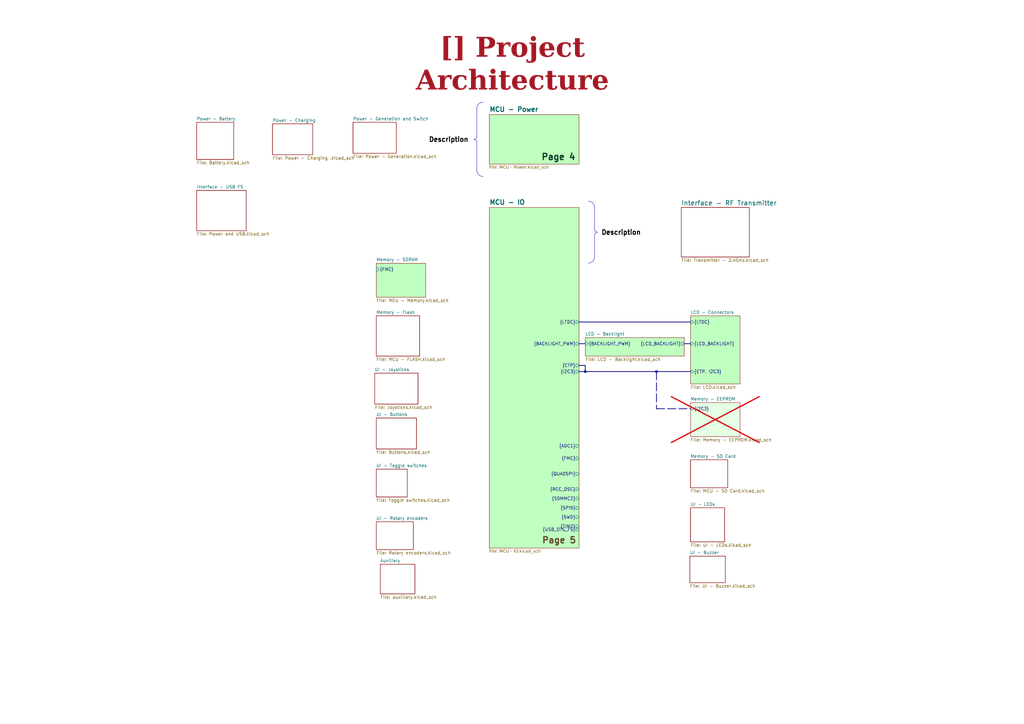
<source format=kicad_sch>
(kicad_sch
	(version 20250114)
	(generator "eeschema")
	(generator_version "9.0")
	(uuid "43756dca-f8f6-4179-bbe2-5af9585c666d")
	(paper "A3")
	(title_block
		(title "Project Architecture")
		(date "Last Modified Date")
		(rev "${REVISION}")
		(company "${COMPANY}")
	)
	(lib_symbols)
	(arc
		(start 243.86 96.5)
		(mid 244.2349 95.6049)
		(end 245.13 95.23)
		(stroke
			(width 0)
			(type default)
		)
		(fill
			(type none)
		)
		(uuid 055071ba-7216-47dc-af92-e615f4e56e85)
	)
	(arc
		(start 195.58 55.88)
		(mid 195.2051 56.7751)
		(end 194.31 57.15)
		(stroke
			(width 0)
			(type default)
		)
		(fill
			(type none)
		)
		(uuid 463357f7-f9d2-46fa-b0b6-a6251e6ce150)
	)
	(arc
		(start 241.32 82.53)
		(mid 243.1102 83.2798)
		(end 243.86 85.07)
		(stroke
			(width 0)
			(type default)
		)
		(fill
			(type none)
		)
		(uuid 73f6865c-4f24-4b13-a9e7-cf8bfa00ee32)
	)
	(arc
		(start 194.31 57.15)
		(mid 195.2051 57.5249)
		(end 195.58 58.42)
		(stroke
			(width 0)
			(type default)
		)
		(fill
			(type none)
		)
		(uuid a134b516-cfaf-437e-b6e0-fd4fe5086d29)
	)
	(arc
		(start 243.86 105.39)
		(mid 243.1161 107.1861)
		(end 241.32 107.93)
		(stroke
			(width 0)
			(type default)
		)
		(fill
			(type none)
		)
		(uuid a8227c96-ad98-472e-856e-98a46a3c9121)
	)
	(arc
		(start 245.13 95.23)
		(mid 244.2349 94.8551)
		(end 243.86 93.96)
		(stroke
			(width 0)
			(type default)
		)
		(fill
			(type none)
		)
		(uuid cc4cf7fb-4bd9-4be9-81d7-4f1f2d80469e)
	)
	(arc
		(start 195.58 44.45)
		(mid 196.3239 42.6539)
		(end 198.12 41.91)
		(stroke
			(width 0)
			(type default)
		)
		(fill
			(type none)
		)
		(uuid d1fe5f0f-24cb-4f3d-baf1-1b36c0a6f68e)
	)
	(arc
		(start 198.12 72.39)
		(mid 196.3298 71.6402)
		(end 195.58 69.85)
		(stroke
			(width 0)
			(type default)
		)
		(fill
			(type none)
		)
		(uuid d8a608aa-d710-4d73-9273-2b52adac6230)
	)
	(text "Page 4"
		(exclude_from_sim no)
		(at 236.22 66.04 0)
		(effects
			(font
				(size 2.54 2.54)
				(bold yes)
				(color 20 60 40 1)
			)
			(justify right bottom)
			(href "#4")
		)
		(uuid "978bb74e-ca07-4b21-b2dc-19b812f717e9")
	)
	(text "Page 5"
		(exclude_from_sim no)
		(at 236.474 221.742 0)
		(effects
			(font
				(size 2.54 2.54)
				(bold yes)
				(color 100 70 50 1)
			)
			(justify right)
			(href "#5")
		)
		(uuid "c54c21a6-b82f-4883-adfa-9cf31abe82f0")
	)
	(text_box "Description"
		(exclude_from_sim no)
		(at 176.53 54.61 0)
		(size 17.145 5.08)
		(margins 1.4287 1.4287 1.4287 1.4287)
		(stroke
			(width -0.0001)
			(type default)
		)
		(fill
			(type none)
		)
		(effects
			(font
				(size 1.905 1.905)
				(thickness 0.381)
				(bold yes)
				(color 0 0 0 1)
			)
			(justify right top)
		)
		(uuid "51bc3fdc-86f1-4742-b7d8-53f1faaab343")
	)
	(text_box "[${#}] ${TITLE}"
		(exclude_from_sim no)
		(at 144.78 20.32 0)
		(size 130.81 12.7)
		(margins 5.9999 5.9999 5.9999 5.9999)
		(stroke
			(width -0.0001)
			(type default)
		)
		(fill
			(type none)
		)
		(effects
			(font
				(face "Times New Roman")
				(size 8 8)
				(thickness 1.2)
				(bold yes)
				(color 162 22 34 1)
			)
		)
		(uuid "7fa5cc40-6c97-487c-9cc7-412504f68533")
	)
	(text_box "Description"
		(exclude_from_sim no)
		(at 245.11 92.71 0)
		(size 26.015 5.1)
		(margins 1.4287 1.4287 1.4287 1.4287)
		(stroke
			(width -0.0001)
			(type default)
		)
		(fill
			(type none)
		)
		(effects
			(font
				(size 1.905 1.905)
				(thickness 0.381)
				(bold yes)
				(color 0 0 0 1)
			)
			(justify left top)
		)
		(uuid "ea2adac5-d133-46b2-a7ff-14a70e2ad344")
	)
	(junction
		(at 240.03 152.4)
		(diameter 0)
		(color 0 0 0 0)
		(uuid "14afb8bd-f0c0-4525-83d2-e50a2d864af4")
	)
	(junction
		(at 269.24 152.4)
		(diameter 0)
		(color 0 0 0 0)
		(uuid "17c65530-3a5c-4482-a4eb-db55a985a318")
	)
	(polyline
		(pts
			(xy 195.58 58.42) (xy 195.58 69.85)
		)
		(stroke
			(width 0)
			(type default)
		)
		(uuid "1e3c70a2-22df-46ef-a52f-0f821498dc0c")
	)
	(bus
		(pts
			(xy 240.03 149.86) (xy 240.03 152.4)
		)
		(stroke
			(width 0)
			(type default)
		)
		(uuid "32a048c6-9774-46ee-88b3-e36d4b986498")
	)
	(polyline
		(pts
			(xy 195.58 55.88) (xy 195.58 44.45)
		)
		(stroke
			(width 0)
			(type default)
		)
		(uuid "41045457-e885-4cf4-93f2-cdba80791e7b")
	)
	(polyline
		(pts
			(xy 243.84 85.09) (xy 243.84 93.98)
		)
		(stroke
			(width 0)
			(type default)
		)
		(uuid "5f799f7d-3b4c-429a-be80-1688600486e9")
	)
	(bus
		(pts
			(xy 237.49 132.08) (xy 283.21 132.08)
		)
		(stroke
			(width 0)
			(type default)
		)
		(uuid "780a67d9-63b2-46b1-bcfc-99adfb41855f")
	)
	(bus
		(pts
			(xy 280.67 140.97) (xy 283.21 140.97)
		)
		(stroke
			(width 0)
			(type default)
		)
		(uuid "852ca6f7-f4f0-4239-b079-7c8d68ef4e54")
	)
	(bus
		(pts
			(xy 269.24 167.64) (xy 283.21 167.64)
		)
		(stroke
			(width 0)
			(type dash)
		)
		(uuid "8b7ef7bc-4e5b-4f26-bb95-98a65e9107e9")
	)
	(bus
		(pts
			(xy 269.24 152.4) (xy 283.21 152.4)
		)
		(stroke
			(width 0)
			(type default)
		)
		(uuid "b86afc7b-4379-4024-b719-22c7895e68ff")
	)
	(bus
		(pts
			(xy 237.49 140.97) (xy 240.03 140.97)
		)
		(stroke
			(width 0)
			(type default)
		)
		(uuid "bd91e957-1586-466b-8bce-b2c9a6824939")
	)
	(bus
		(pts
			(xy 237.49 149.86) (xy 240.03 149.86)
		)
		(stroke
			(width 0)
			(type default)
		)
		(uuid "d577aca8-878b-4aef-9f61-15e37c64c4b7")
	)
	(bus
		(pts
			(xy 240.03 152.4) (xy 269.24 152.4)
		)
		(stroke
			(width 0)
			(type default)
		)
		(uuid "f18b09a0-caf1-4d49-b2db-2df5b26ee862")
	)
	(bus
		(pts
			(xy 237.49 152.4) (xy 240.03 152.4)
		)
		(stroke
			(width 0)
			(type default)
		)
		(uuid "f581e777-147f-4271-a9a4-58919ca4d66e")
	)
	(bus
		(pts
			(xy 269.24 152.4) (xy 269.24 167.64)
		)
		(stroke
			(width 0)
			(type dash)
		)
		(uuid "f678e5a1-545e-40ad-a7a7-3dc76a17f7e3")
	)
	(polyline
		(pts
			(xy 243.84 96.52) (xy 243.84 105.41)
		)
		(stroke
			(width 0)
			(type default)
		)
		(uuid "f890bb63-7be7-434c-9d54-8102b0d37829")
	)
	(sheet
		(at 154.305 213.995)
		(size 15.24 11.43)
		(exclude_from_sim no)
		(in_bom yes)
		(on_board yes)
		(dnp no)
		(fields_autoplaced yes)
		(stroke
			(width 0.1524)
			(type solid)
		)
		(fill
			(color 0 0 0 0.0000)
		)
		(uuid "1f438eda-7b24-4bc1-ba7f-423688656f94")
		(property "Sheetname" "UI - Rotary encoders"
			(at 154.305 213.2834 0)
			(effects
				(font
					(size 1.27 1.27)
				)
				(justify left bottom)
			)
		)
		(property "Sheetfile" "Rotary encoders.kicad_sch"
			(at 154.305 226.0096 0)
			(effects
				(font
					(size 1.27 1.27)
				)
				(justify left top)
			)
		)
		(instances
			(project "transmitter"
				(path "/0650c7a8-acba-429c-9f8e-eec0baf0bc1c/fede4c36-00cc-4d3d-b71c-5243ba232202"
					(page "21")
				)
			)
		)
	)
	(sheet
		(at 155.956 231.394)
		(size 14.224 12.192)
		(exclude_from_sim no)
		(in_bom yes)
		(on_board yes)
		(dnp no)
		(fields_autoplaced yes)
		(stroke
			(width 0.1524)
			(type solid)
		)
		(fill
			(color 0 0 0 0.0000)
		)
		(uuid "2ce35fe4-ba06-41c1-96ff-d5b98e0c7ab9")
		(property "Sheetname" "Auxiliary"
			(at 155.956 230.6824 0)
			(effects
				(font
					(size 1.27 1.27)
				)
				(justify left bottom)
			)
		)
		(property "Sheetfile" "auxiliary.kicad_sch"
			(at 155.956 244.1706 0)
			(effects
				(font
					(size 1.27 1.27)
				)
				(justify left top)
			)
		)
		(instances
			(project "transmitter"
				(path "/0650c7a8-acba-429c-9f8e-eec0baf0bc1c/fede4c36-00cc-4d3d-b71c-5243ba232202"
					(page "24")
				)
			)
		)
	)
	(sheet
		(at 80.645 50.165)
		(size 15.24 15.24)
		(exclude_from_sim no)
		(in_bom yes)
		(on_board yes)
		(dnp no)
		(fields_autoplaced yes)
		(stroke
			(width 0.1524)
			(type solid)
		)
		(fill
			(color 0 0 0 0.0000)
		)
		(uuid "44a90149-a0a1-4332-9175-9816fd2bbc11")
		(property "Sheetname" "Power - Battery"
			(at 80.645 49.4534 0)
			(effects
				(font
					(size 1.27 1.27)
				)
				(justify left bottom)
			)
		)
		(property "Sheetfile" "Battery.kicad_sch"
			(at 80.645 65.9896 0)
			(effects
				(font
					(size 1.27 1.27)
				)
				(justify left top)
			)
		)
		(instances
			(project "transmitter"
				(path "/0650c7a8-acba-429c-9f8e-eec0baf0bc1c/fede4c36-00cc-4d3d-b71c-5243ba232202"
					(page "5")
				)
			)
		)
	)
	(sheet
		(at 154.305 107.95)
		(size 20.32 13.97)
		(exclude_from_sim no)
		(in_bom yes)
		(on_board yes)
		(dnp no)
		(fields_autoplaced yes)
		(stroke
			(width 0.1524)
			(type solid)
		)
		(fill
			(color 128 255 128 0.5020)
		)
		(uuid "5817bdb2-adca-4121-9c7c-32ec97928e05")
		(property "Sheetname" "Memory - SDRAM"
			(at 154.305 107.2384 0)
			(effects
				(font
					(size 1.27 1.27)
				)
				(justify left bottom)
			)
		)
		(property "Sheetfile" "MCU - Memory.kicad_sch"
			(at 154.305 122.5046 0)
			(effects
				(font
					(size 1.27 1.27)
				)
				(justify left top)
			)
		)
		(pin "{FMC}" input
			(at 154.305 110.49 180)
			(uuid "97846793-6c0c-42aa-b1ee-c1efd0bdb828")
			(effects
				(font
					(size 1.27 1.27)
				)
				(justify left)
			)
		)
		(instances
			(project "transmitter"
				(path "/0650c7a8-acba-429c-9f8e-eec0baf0bc1c/fede4c36-00cc-4d3d-b71c-5243ba232202"
					(page "12")
				)
			)
		)
	)
	(sheet
		(at 154.305 129.54)
		(size 17.78 16.51)
		(exclude_from_sim no)
		(in_bom yes)
		(on_board yes)
		(dnp no)
		(fields_autoplaced yes)
		(stroke
			(width 0.1524)
			(type solid)
		)
		(fill
			(color 0 0 0 0.0000)
		)
		(uuid "5d39387f-cfb2-4114-9063-1879c6e2b9e7")
		(property "Sheetname" "Memory - Flash"
			(at 154.305 128.8284 0)
			(effects
				(font
					(size 1.27 1.27)
				)
				(justify left bottom)
			)
		)
		(property "Sheetfile" "MCU - FLASH.kicad_sch"
			(at 154.305 146.6346 0)
			(effects
				(font
					(size 1.27 1.27)
				)
				(justify left top)
			)
		)
		(instances
			(project "transmitter"
				(path "/0650c7a8-acba-429c-9f8e-eec0baf0bc1c/fede4c36-00cc-4d3d-b71c-5243ba232202"
					(page "11")
				)
			)
		)
	)
	(sheet
		(at 283.21 129.54)
		(size 20.32 27.94)
		(exclude_from_sim no)
		(in_bom yes)
		(on_board yes)
		(dnp no)
		(fields_autoplaced yes)
		(stroke
			(width 0.1524)
			(type solid)
		)
		(fill
			(color 128 255 128 0.5020)
		)
		(uuid "5eacbcca-1b40-44c5-850e-98771545fbe2")
		(property "Sheetname" "LCD - Connectors"
			(at 283.21 128.8284 0)
			(effects
				(font
					(size 1.27 1.27)
				)
				(justify left bottom)
			)
		)
		(property "Sheetfile" "LCD.kicad_sch"
			(at 283.21 158.0646 0)
			(effects
				(font
					(size 1.27 1.27)
				)
				(justify left top)
			)
		)
		(pin "{LTDC}" input
			(at 283.21 132.08 180)
			(uuid "4b094243-6b37-4a30-93d6-9fffcfffee6c")
			(effects
				(font
					(size 1.27 1.27)
				)
				(justify left)
			)
		)
		(pin "{CTP, I2C3}" bidirectional
			(at 283.21 152.4 180)
			(uuid "a760407b-d376-45ba-8e05-a9e65d0186fc")
			(effects
				(font
					(size 1.27 1.27)
				)
				(justify left)
			)
		)
		(pin "{LCD_BACKLIGHT}" input
			(at 283.21 140.97 180)
			(uuid "3671ec92-1b03-492d-bf57-4ff1b877173a")
			(effects
				(font
					(size 1.27 1.27)
				)
				(justify left)
			)
		)
		(instances
			(project "transmitter"
				(path "/0650c7a8-acba-429c-9f8e-eec0baf0bc1c/fede4c36-00cc-4d3d-b71c-5243ba232202"
					(page "17")
				)
			)
		)
	)
	(sheet
		(at 279.4 85.09)
		(size 27.94 20.32)
		(exclude_from_sim no)
		(in_bom yes)
		(on_board yes)
		(dnp no)
		(fields_autoplaced yes)
		(stroke
			(width 0.1524)
			(type solid)
		)
		(fill
			(color 0 0 0 0.0000)
		)
		(uuid "6d2d8335-c1d6-4f11-b5c7-265ea349210a")
		(property "Sheetname" "Interface - RF Transmitter"
			(at 279.4 84.3784 0)
			(effects
				(font
					(size 1.905 1.905)
					(thickness 0.254)
					(bold yes)
				)
				(justify left bottom)
			)
		)
		(property "Sheetfile" "Transmitter - 2.4GHz.kicad_sch"
			(at 279.4 105.9946 0)
			(effects
				(font
					(size 1.27 1.27)
				)
				(justify left top)
			)
		)
		(instances
			(project "transmitter"
				(path "/0650c7a8-acba-429c-9f8e-eec0baf0bc1c/fede4c36-00cc-4d3d-b71c-5243ba232202"
					(page "15")
				)
			)
		)
	)
	(sheet
		(at 283.21 165.1)
		(size 20.32 13.97)
		(exclude_from_sim no)
		(in_bom yes)
		(on_board yes)
		(dnp yes)
		(fields_autoplaced yes)
		(stroke
			(width 0.1524)
			(type solid)
		)
		(fill
			(color 128 255 128 0.2000)
		)
		(uuid "7058b789-a9ad-4f9e-9017-96b48ab9f488")
		(property "Sheetname" "Memory - EEPROM"
			(at 283.21 164.3884 0)
			(effects
				(font
					(size 1.27 1.27)
				)
				(justify left bottom)
			)
		)
		(property "Sheetfile" "Memory - EEPROM.kicad_sch"
			(at 283.21 179.6546 0)
			(effects
				(font
					(size 1.27 1.27)
				)
				(justify left top)
			)
		)
		(pin "{I2C3}" bidirectional
			(at 283.21 167.64 180)
			(uuid "653f54df-fcbf-4a1b-adc7-b6e93176bae7")
			(effects
				(font
					(size 1.27 1.27)
				)
				(justify left)
			)
		)
		(instances
			(project "transmitter"
				(path "/0650c7a8-acba-429c-9f8e-eec0baf0bc1c/fede4c36-00cc-4d3d-b71c-5243ba232202"
					(page "10")
				)
			)
		)
	)
	(sheet
		(at 282.956 228.092)
		(size 14.478 10.922)
		(exclude_from_sim no)
		(in_bom yes)
		(on_board yes)
		(dnp no)
		(fields_autoplaced yes)
		(stroke
			(width 0.1524)
			(type solid)
		)
		(fill
			(color 0 0 0 0.0000)
		)
		(uuid "77a4df4a-1664-4221-b256-0e97cd0ecbed")
		(property "Sheetname" "UI - Buzzer"
			(at 282.956 227.3804 0)
			(effects
				(font
					(size 1.27 1.27)
				)
				(justify left bottom)
			)
		)
		(property "Sheetfile" "UI - Buzzer.kicad_sch"
			(at 282.956 239.5986 0)
			(effects
				(font
					(size 1.27 1.27)
				)
				(justify left top)
			)
		)
		(instances
			(project "transmitter"
				(path "/0650c7a8-acba-429c-9f8e-eec0baf0bc1c/fede4c36-00cc-4d3d-b71c-5243ba232202"
					(page "23")
				)
			)
		)
	)
	(sheet
		(at 200.66 46.99)
		(size 36.83 20.32)
		(exclude_from_sim no)
		(in_bom yes)
		(on_board yes)
		(dnp no)
		(fields_autoplaced yes)
		(stroke
			(width 0.1524)
			(type solid)
		)
		(fill
			(color 128 255 128 0.5000)
		)
		(uuid "7d5a1283-086b-46b0-8df7-a9850521fb5e")
		(property "Sheetname" "MCU - Power"
			(at 200.66 45.9609 0)
			(effects
				(font
					(size 1.905 1.905)
					(bold yes)
				)
				(justify left bottom)
			)
		)
		(property "Sheetfile" "MCU - Power.kicad_sch"
			(at 200.66 67.8946 0)
			(effects
				(font
					(face "Arial")
					(size 1.27 1.27)
				)
				(justify left top)
			)
		)
		(instances
			(project "transmitter"
				(path "/0650c7a8-acba-429c-9f8e-eec0baf0bc1c/fede4c36-00cc-4d3d-b71c-5243ba232202"
					(page "8")
				)
			)
		)
	)
	(sheet
		(at 111.76 50.8)
		(size 16.51 12.7)
		(exclude_from_sim no)
		(in_bom yes)
		(on_board yes)
		(dnp no)
		(fields_autoplaced yes)
		(stroke
			(width 0.1524)
			(type solid)
		)
		(fill
			(color 0 0 0 0.0000)
		)
		(uuid "8a7ea2de-b793-4d09-a9a9-63f506951dfd")
		(property "Sheetname" "Power - Charging"
			(at 111.76 50.0884 0)
			(effects
				(font
					(size 1.27 1.27)
				)
				(justify left bottom)
			)
		)
		(property "Sheetfile" "Power - Charging .kicad_sch"
			(at 111.76 64.0846 0)
			(effects
				(font
					(size 1.27 1.27)
				)
				(justify left top)
			)
		)
		(instances
			(project "transmitter"
				(path "/0650c7a8-acba-429c-9f8e-eec0baf0bc1c/fede4c36-00cc-4d3d-b71c-5243ba232202"
					(page "6")
				)
			)
		)
	)
	(sheet
		(at 283.21 208.28)
		(size 13.97 13.97)
		(exclude_from_sim no)
		(in_bom yes)
		(on_board yes)
		(dnp no)
		(fields_autoplaced yes)
		(stroke
			(width 0.1524)
			(type solid)
		)
		(fill
			(color 0 0 0 0.0000)
		)
		(uuid "8d72f509-c440-4054-bc7e-4b969156dac9")
		(property "Sheetname" "UI - LEDs"
			(at 283.21 207.5684 0)
			(effects
				(font
					(size 1.27 1.27)
				)
				(justify left bottom)
			)
		)
		(property "Sheetfile" "UI - LEDs.kicad_sch"
			(at 283.21 222.8346 0)
			(effects
				(font
					(size 1.27 1.27)
				)
				(justify left top)
			)
		)
		(instances
			(project "transmitter"
				(path "/0650c7a8-acba-429c-9f8e-eec0baf0bc1c/fede4c36-00cc-4d3d-b71c-5243ba232202"
					(page "22")
				)
			)
		)
	)
	(sheet
		(at 80.645 78.105)
		(size 20.32 16.51)
		(exclude_from_sim no)
		(in_bom yes)
		(on_board yes)
		(dnp no)
		(fields_autoplaced yes)
		(stroke
			(width 0.1524)
			(type solid)
		)
		(fill
			(color 0 0 0 0.0000)
		)
		(uuid "97a2efac-bb12-4130-96cc-5d19fa63b112")
		(property "Sheetname" "Interface - USB FS"
			(at 80.645 77.3934 0)
			(effects
				(font
					(size 1.27 1.27)
				)
				(justify left bottom)
			)
		)
		(property "Sheetfile" "Power and USB.kicad_sch"
			(at 80.645 95.1996 0)
			(effects
				(font
					(size 1.27 1.27)
				)
				(justify left top)
			)
		)
		(instances
			(project "transmitter"
				(path "/0650c7a8-acba-429c-9f8e-eec0baf0bc1c/fede4c36-00cc-4d3d-b71c-5243ba232202"
					(page "14")
				)
			)
		)
	)
	(sheet
		(at 153.67 153.035)
		(size 17.78 12.7)
		(exclude_from_sim no)
		(in_bom yes)
		(on_board yes)
		(dnp no)
		(fields_autoplaced yes)
		(stroke
			(width 0.1524)
			(type solid)
		)
		(fill
			(color 0 0 0 0.0000)
		)
		(uuid "aa6ca7d8-bccb-4da6-bc32-8cb12d8b6949")
		(property "Sheetname" "UI - Joysticks"
			(at 153.67 152.3234 0)
			(effects
				(font
					(size 1.27 1.27)
				)
				(justify left bottom)
			)
		)
		(property "Sheetfile" "Joysticks.kicad_sch"
			(at 153.67 166.3196 0)
			(effects
				(font
					(size 1.27 1.27)
				)
				(justify left top)
			)
		)
		(instances
			(project "transmitter"
				(path "/0650c7a8-acba-429c-9f8e-eec0baf0bc1c/fede4c36-00cc-4d3d-b71c-5243ba232202"
					(page "18")
				)
			)
		)
	)
	(sheet
		(at 283.21 188.595)
		(size 15.24 11.43)
		(exclude_from_sim no)
		(in_bom yes)
		(on_board yes)
		(dnp no)
		(fields_autoplaced yes)
		(stroke
			(width 0.1524)
			(type solid)
		)
		(fill
			(color 0 0 0 0.0000)
		)
		(uuid "b77ebef7-bf86-4823-89f5-29883756b7c2")
		(property "Sheetname" "Memory - SD Card"
			(at 283.21 187.8834 0)
			(effects
				(font
					(size 1.27 1.27)
				)
				(justify left bottom)
			)
		)
		(property "Sheetfile" "MCU - SD Card.kicad_sch"
			(at 283.21 200.6096 0)
			(effects
				(font
					(size 1.27 1.27)
				)
				(justify left top)
			)
		)
		(instances
			(project "transmitter"
				(path "/0650c7a8-acba-429c-9f8e-eec0baf0bc1c/fede4c36-00cc-4d3d-b71c-5243ba232202"
					(page "13")
				)
			)
		)
	)
	(sheet
		(at 154.305 171.45)
		(size 16.51 12.7)
		(exclude_from_sim no)
		(in_bom yes)
		(on_board yes)
		(dnp no)
		(fields_autoplaced yes)
		(stroke
			(width 0.1524)
			(type solid)
		)
		(fill
			(color 0 0 0 0.0000)
		)
		(uuid "cd04b5dc-cc0d-461d-896a-a2c4adbd4e8f")
		(property "Sheetname" "UI - Buttons"
			(at 154.305 170.7384 0)
			(effects
				(font
					(size 1.27 1.27)
				)
				(justify left bottom)
			)
		)
		(property "Sheetfile" "Buttons.kicad_sch"
			(at 154.305 184.7346 0)
			(effects
				(font
					(size 1.27 1.27)
				)
				(justify left top)
			)
		)
		(instances
			(project "transmitter"
				(path "/0650c7a8-acba-429c-9f8e-eec0baf0bc1c/fede4c36-00cc-4d3d-b71c-5243ba232202"
					(page "19")
				)
			)
		)
	)
	(sheet
		(at 240.03 138.43)
		(size 40.64 7.62)
		(exclude_from_sim no)
		(in_bom yes)
		(on_board yes)
		(dnp no)
		(fields_autoplaced yes)
		(stroke
			(width 0.1524)
			(type solid)
		)
		(fill
			(color 128 255 128 0.5020)
		)
		(uuid "d532fde6-fcc8-4703-b00a-b5308b206554")
		(property "Sheetname" "LCD - Backlight"
			(at 240.03 137.7184 0)
			(effects
				(font
					(size 1.27 1.27)
				)
				(justify left bottom)
			)
		)
		(property "Sheetfile" "LCD - Backlight.kicad_sch"
			(at 240.03 146.6346 0)
			(do_not_autoplace yes)
			(effects
				(font
					(size 1.27 1.27)
				)
				(justify left top)
			)
		)
		(pin "{BACKLIGHT_PWM}" input
			(at 240.03 140.97 180)
			(uuid "5958ce01-5b79-46c2-af91-934c8b8a8142")
			(effects
				(font
					(size 1.27 1.27)
				)
				(justify left)
			)
		)
		(pin "{LCD_BACKLIGHT}" output
			(at 280.67 140.97 0)
			(uuid "87af993d-cd1e-4cb9-8ce4-3b722a2bdb1f")
			(effects
				(font
					(size 1.27 1.27)
				)
				(justify right)
			)
		)
		(instances
			(project "transmitter"
				(path "/0650c7a8-acba-429c-9f8e-eec0baf0bc1c/fede4c36-00cc-4d3d-b71c-5243ba232202"
					(page "16")
				)
			)
		)
	)
	(sheet
		(at 144.78 50.165)
		(size 17.78 12.7)
		(exclude_from_sim no)
		(in_bom yes)
		(on_board yes)
		(dnp no)
		(fields_autoplaced yes)
		(stroke
			(width 0.1524)
			(type solid)
		)
		(fill
			(color 0 0 0 0.0000)
		)
		(uuid "d9b656b6-4698-4330-a229-95286576934d")
		(property "Sheetname" "Power - Generation and Switch"
			(at 144.78 49.4534 0)
			(effects
				(font
					(size 1.27 1.27)
				)
				(justify left bottom)
			)
		)
		(property "Sheetfile" "Power - Generation.kicad_sch"
			(at 144.78 63.4496 0)
			(effects
				(font
					(size 1.27 1.27)
				)
				(justify left top)
			)
		)
		(instances
			(project "transmitter"
				(path "/0650c7a8-acba-429c-9f8e-eec0baf0bc1c/fede4c36-00cc-4d3d-b71c-5243ba232202"
					(page "7")
				)
			)
		)
	)
	(sheet
		(at 200.66 85.09)
		(size 36.83 139.7)
		(exclude_from_sim no)
		(in_bom yes)
		(on_board yes)
		(dnp no)
		(fields_autoplaced yes)
		(stroke
			(width 0.1524)
			(type solid)
		)
		(fill
			(color 128 255 128 0.5020)
		)
		(uuid "e6015f1e-cbce-46f4-85e1-3d5463a17dc1")
		(property "Sheetname" "MCU - IO"
			(at 200.66 84.0609 0)
			(effects
				(font
					(size 1.905 1.905)
					(bold yes)
				)
				(justify left bottom)
			)
		)
		(property "Sheetfile" "MCU - IO.kicad_sch"
			(at 200.66 225.3746 0)
			(effects
				(font
					(face "Arial")
					(size 1.27 1.27)
				)
				(justify left top)
			)
		)
		(pin "{LTDC}" output
			(at 237.49 132.08 0)
			(uuid "836d3624-c31a-4db9-b99c-bd8bbf9b3f48")
			(effects
				(font
					(size 1.27 1.27)
				)
				(justify right)
			)
		)
		(pin "{ADC1}" output
			(at 237.49 182.88 0)
			(uuid "d324d78c-e0e7-444f-90ec-53f1eb10e4b6")
			(effects
				(font
					(size 1.27 1.27)
				)
				(justify right)
			)
		)
		(pin "{FMC}" output
			(at 237.49 187.96 0)
			(uuid "62927c8b-19a2-491f-9936-a2363f29650c")
			(effects
				(font
					(size 1.27 1.27)
				)
				(justify right)
			)
		)
		(pin "{QUADSPI}" output
			(at 237.49 194.31 0)
			(uuid "c13b9572-218d-4080-812a-996753945ed2")
			(effects
				(font
					(size 1.27 1.27)
				)
				(justify right)
			)
		)
		(pin "{RCC_OSC}" output
			(at 237.49 200.66 0)
			(uuid "a18b1948-5f1c-4106-a0b5-916ed194b6c2")
			(effects
				(font
					(size 1.27 1.27)
				)
				(justify right)
			)
		)
		(pin "{SDMMC2}" output
			(at 237.49 204.47 0)
			(uuid "8c2ea45b-9341-4bf5-b1fa-fdaf26eac23c")
			(effects
				(font
					(size 1.27 1.27)
				)
				(justify right)
			)
		)
		(pin "{SPI5}" output
			(at 237.49 208.28 0)
			(uuid "a6dec94a-723a-4949-9e9a-c9d7fd36d37e")
			(effects
				(font
					(size 1.27 1.27)
				)
				(justify right)
			)
		)
		(pin "{SWD}" output
			(at 237.49 212.09 0)
			(uuid "a1dce033-e455-4d49-a46e-406ae5f54a36")
			(effects
				(font
					(size 1.27 1.27)
				)
				(justify right)
			)
		)
		(pin "{TIM2}" output
			(at 237.49 215.9 0)
			(uuid "b32161d4-7b9c-454c-9c71-c5828707672f")
			(effects
				(font
					(size 1.27 1.27)
				)
				(justify right)
			)
		)
		(pin "{USB_OTG_FS}" output
			(at 237.49 217.17 0)
			(uuid "cabcc3fb-4f8b-41b2-aa67-6e9d3df295f9")
			(effects
				(font
					(size 1.27 1.27)
				)
				(justify right)
			)
		)
		(pin "{CTP}" output
			(at 237.49 149.86 0)
			(uuid "5eb44173-6eef-4166-8811-c680a9d70790")
			(effects
				(font
					(size 1.27 1.27)
				)
				(justify right)
			)
		)
		(pin "{I2C3}" output
			(at 237.49 152.4 0)
			(uuid "9e032a39-1ef1-4c4d-9dac-bd7ddfaf29f5")
			(effects
				(font
					(size 1.27 1.27)
				)
				(justify right)
			)
		)
		(pin "{BACKLIGHT_PWM}" output
			(at 237.49 140.97 0)
			(uuid "49b6e03a-1912-4f07-93c2-6c4ab6c07d03")
			(effects
				(font
					(size 1.27 1.27)
				)
				(justify right)
			)
		)
		(instances
			(project "transmitter"
				(path "/0650c7a8-acba-429c-9f8e-eec0baf0bc1c/fede4c36-00cc-4d3d-b71c-5243ba232202"
					(page "9")
				)
			)
		)
	)
	(sheet
		(at 154.305 192.405)
		(size 12.7 11.43)
		(exclude_from_sim no)
		(in_bom yes)
		(on_board yes)
		(dnp no)
		(fields_autoplaced yes)
		(stroke
			(width 0.1524)
			(type solid)
		)
		(fill
			(color 0 0 0 0.0000)
		)
		(uuid "f40f874d-fb5b-46e3-b6f1-f246fecc723b")
		(property "Sheetname" "UI - Toggle switches"
			(at 154.305 191.6934 0)
			(effects
				(font
					(size 1.27 1.27)
				)
				(justify left bottom)
			)
		)
		(property "Sheetfile" "Toggle switches.kicad_sch"
			(at 154.305 204.4196 0)
			(effects
				(font
					(size 1.27 1.27)
				)
				(justify left top)
			)
		)
		(instances
			(project "transmitter"
				(path "/0650c7a8-acba-429c-9f8e-eec0baf0bc1c/fede4c36-00cc-4d3d-b71c-5243ba232202"
					(page "20")
				)
			)
		)
	)
)

</source>
